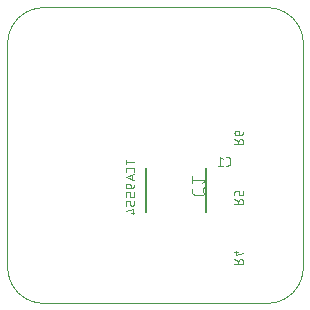
<source format=gbo>
G75*
%MOIN*%
%OFA0B0*%
%FSLAX25Y25*%
%IPPOS*%
%LPD*%
%AMOC8*
5,1,8,0,0,1.08239X$1,22.5*
%
%ADD10C,0.00000*%
%ADD11C,0.00300*%
%ADD12C,0.00400*%
%ADD13C,0.00600*%
D10*
X0004500Y0013111D02*
X0004500Y0087914D01*
X0004503Y0088199D01*
X0004514Y0088485D01*
X0004531Y0088770D01*
X0004555Y0089054D01*
X0004586Y0089338D01*
X0004624Y0089621D01*
X0004669Y0089902D01*
X0004720Y0090183D01*
X0004778Y0090463D01*
X0004843Y0090741D01*
X0004915Y0091017D01*
X0004993Y0091291D01*
X0005078Y0091564D01*
X0005170Y0091834D01*
X0005268Y0092102D01*
X0005372Y0092368D01*
X0005483Y0092631D01*
X0005600Y0092891D01*
X0005723Y0093149D01*
X0005853Y0093403D01*
X0005989Y0093654D01*
X0006130Y0093902D01*
X0006278Y0094146D01*
X0006431Y0094387D01*
X0006591Y0094623D01*
X0006756Y0094856D01*
X0006926Y0095085D01*
X0007102Y0095310D01*
X0007284Y0095530D01*
X0007470Y0095746D01*
X0007662Y0095957D01*
X0007859Y0096164D01*
X0008061Y0096366D01*
X0008268Y0096563D01*
X0008479Y0096755D01*
X0008695Y0096941D01*
X0008915Y0097123D01*
X0009140Y0097299D01*
X0009369Y0097469D01*
X0009602Y0097634D01*
X0009838Y0097794D01*
X0010079Y0097947D01*
X0010323Y0098095D01*
X0010571Y0098236D01*
X0010822Y0098372D01*
X0011076Y0098502D01*
X0011334Y0098625D01*
X0011594Y0098742D01*
X0011857Y0098853D01*
X0012123Y0098957D01*
X0012391Y0099055D01*
X0012661Y0099147D01*
X0012934Y0099232D01*
X0013208Y0099310D01*
X0013484Y0099382D01*
X0013762Y0099447D01*
X0014042Y0099505D01*
X0014323Y0099556D01*
X0014604Y0099601D01*
X0014887Y0099639D01*
X0015171Y0099670D01*
X0015455Y0099694D01*
X0015740Y0099711D01*
X0016026Y0099722D01*
X0016311Y0099725D01*
X0091114Y0099725D01*
X0091399Y0099722D01*
X0091685Y0099711D01*
X0091970Y0099694D01*
X0092254Y0099670D01*
X0092538Y0099639D01*
X0092821Y0099601D01*
X0093102Y0099556D01*
X0093383Y0099505D01*
X0093663Y0099447D01*
X0093941Y0099382D01*
X0094217Y0099310D01*
X0094491Y0099232D01*
X0094764Y0099147D01*
X0095034Y0099055D01*
X0095302Y0098957D01*
X0095568Y0098853D01*
X0095831Y0098742D01*
X0096091Y0098625D01*
X0096349Y0098502D01*
X0096603Y0098372D01*
X0096854Y0098236D01*
X0097102Y0098095D01*
X0097346Y0097947D01*
X0097587Y0097794D01*
X0097823Y0097634D01*
X0098056Y0097469D01*
X0098285Y0097299D01*
X0098510Y0097123D01*
X0098730Y0096941D01*
X0098946Y0096755D01*
X0099157Y0096563D01*
X0099364Y0096366D01*
X0099566Y0096164D01*
X0099763Y0095957D01*
X0099955Y0095746D01*
X0100141Y0095530D01*
X0100323Y0095310D01*
X0100499Y0095085D01*
X0100669Y0094856D01*
X0100834Y0094623D01*
X0100994Y0094387D01*
X0101147Y0094146D01*
X0101295Y0093902D01*
X0101436Y0093654D01*
X0101572Y0093403D01*
X0101702Y0093149D01*
X0101825Y0092891D01*
X0101942Y0092631D01*
X0102053Y0092368D01*
X0102157Y0092102D01*
X0102255Y0091834D01*
X0102347Y0091564D01*
X0102432Y0091291D01*
X0102510Y0091017D01*
X0102582Y0090741D01*
X0102647Y0090463D01*
X0102705Y0090183D01*
X0102756Y0089902D01*
X0102801Y0089621D01*
X0102839Y0089338D01*
X0102870Y0089054D01*
X0102894Y0088770D01*
X0102911Y0088485D01*
X0102922Y0088199D01*
X0102925Y0087914D01*
X0102925Y0013111D01*
X0102922Y0012826D01*
X0102911Y0012540D01*
X0102894Y0012255D01*
X0102870Y0011971D01*
X0102839Y0011687D01*
X0102801Y0011404D01*
X0102756Y0011123D01*
X0102705Y0010842D01*
X0102647Y0010562D01*
X0102582Y0010284D01*
X0102510Y0010008D01*
X0102432Y0009734D01*
X0102347Y0009461D01*
X0102255Y0009191D01*
X0102157Y0008923D01*
X0102053Y0008657D01*
X0101942Y0008394D01*
X0101825Y0008134D01*
X0101702Y0007876D01*
X0101572Y0007622D01*
X0101436Y0007371D01*
X0101295Y0007123D01*
X0101147Y0006879D01*
X0100994Y0006638D01*
X0100834Y0006402D01*
X0100669Y0006169D01*
X0100499Y0005940D01*
X0100323Y0005715D01*
X0100141Y0005495D01*
X0099955Y0005279D01*
X0099763Y0005068D01*
X0099566Y0004861D01*
X0099364Y0004659D01*
X0099157Y0004462D01*
X0098946Y0004270D01*
X0098730Y0004084D01*
X0098510Y0003902D01*
X0098285Y0003726D01*
X0098056Y0003556D01*
X0097823Y0003391D01*
X0097587Y0003231D01*
X0097346Y0003078D01*
X0097102Y0002930D01*
X0096854Y0002789D01*
X0096603Y0002653D01*
X0096349Y0002523D01*
X0096091Y0002400D01*
X0095831Y0002283D01*
X0095568Y0002172D01*
X0095302Y0002068D01*
X0095034Y0001970D01*
X0094764Y0001878D01*
X0094491Y0001793D01*
X0094217Y0001715D01*
X0093941Y0001643D01*
X0093663Y0001578D01*
X0093383Y0001520D01*
X0093102Y0001469D01*
X0092821Y0001424D01*
X0092538Y0001386D01*
X0092254Y0001355D01*
X0091970Y0001331D01*
X0091685Y0001314D01*
X0091399Y0001303D01*
X0091114Y0001300D01*
X0016311Y0001300D01*
X0016026Y0001303D01*
X0015740Y0001314D01*
X0015455Y0001331D01*
X0015171Y0001355D01*
X0014887Y0001386D01*
X0014604Y0001424D01*
X0014323Y0001469D01*
X0014042Y0001520D01*
X0013762Y0001578D01*
X0013484Y0001643D01*
X0013208Y0001715D01*
X0012934Y0001793D01*
X0012661Y0001878D01*
X0012391Y0001970D01*
X0012123Y0002068D01*
X0011857Y0002172D01*
X0011594Y0002283D01*
X0011334Y0002400D01*
X0011076Y0002523D01*
X0010822Y0002653D01*
X0010571Y0002789D01*
X0010323Y0002930D01*
X0010079Y0003078D01*
X0009838Y0003231D01*
X0009602Y0003391D01*
X0009369Y0003556D01*
X0009140Y0003726D01*
X0008915Y0003902D01*
X0008695Y0004084D01*
X0008479Y0004270D01*
X0008268Y0004462D01*
X0008061Y0004659D01*
X0007859Y0004861D01*
X0007662Y0005068D01*
X0007470Y0005279D01*
X0007284Y0005495D01*
X0007102Y0005715D01*
X0006926Y0005940D01*
X0006756Y0006169D01*
X0006591Y0006402D01*
X0006431Y0006638D01*
X0006278Y0006879D01*
X0006130Y0007123D01*
X0005989Y0007371D01*
X0005853Y0007622D01*
X0005723Y0007876D01*
X0005600Y0008134D01*
X0005483Y0008394D01*
X0005372Y0008657D01*
X0005268Y0008923D01*
X0005170Y0009191D01*
X0005078Y0009461D01*
X0004993Y0009734D01*
X0004915Y0010008D01*
X0004843Y0010284D01*
X0004778Y0010562D01*
X0004720Y0010842D01*
X0004669Y0011123D01*
X0004624Y0011404D01*
X0004586Y0011687D01*
X0004555Y0011971D01*
X0004531Y0012255D01*
X0004514Y0012540D01*
X0004503Y0012826D01*
X0004500Y0013111D01*
X0070750Y0037600D02*
X0070681Y0037602D01*
X0070613Y0037608D01*
X0070545Y0037618D01*
X0070478Y0037631D01*
X0070412Y0037649D01*
X0070347Y0037670D01*
X0070283Y0037695D01*
X0070221Y0037723D01*
X0070160Y0037755D01*
X0070101Y0037790D01*
X0070045Y0037829D01*
X0069990Y0037871D01*
X0069939Y0037916D01*
X0069889Y0037964D01*
X0069843Y0038014D01*
X0069800Y0038067D01*
X0069759Y0038123D01*
X0069722Y0038180D01*
X0069689Y0038240D01*
X0069658Y0038302D01*
X0069632Y0038365D01*
X0069609Y0038429D01*
X0069589Y0038495D01*
X0069574Y0038562D01*
X0069562Y0038629D01*
X0069554Y0038697D01*
X0069550Y0038766D01*
X0069550Y0038834D01*
X0069554Y0038903D01*
X0069562Y0038971D01*
X0069574Y0039038D01*
X0069589Y0039105D01*
X0069609Y0039171D01*
X0069632Y0039235D01*
X0069658Y0039298D01*
X0069689Y0039360D01*
X0069722Y0039420D01*
X0069759Y0039477D01*
X0069800Y0039533D01*
X0069843Y0039586D01*
X0069889Y0039636D01*
X0069939Y0039684D01*
X0069990Y0039729D01*
X0070045Y0039771D01*
X0070101Y0039810D01*
X0070160Y0039845D01*
X0070221Y0039877D01*
X0070283Y0039905D01*
X0070347Y0039930D01*
X0070412Y0039951D01*
X0070478Y0039969D01*
X0070545Y0039982D01*
X0070613Y0039992D01*
X0070681Y0039998D01*
X0070750Y0040000D01*
D11*
X0074650Y0047000D02*
X0076261Y0047000D01*
X0075456Y0047000D02*
X0075456Y0049900D01*
X0076261Y0049256D01*
X0077381Y0049900D02*
X0078026Y0049900D01*
X0078074Y0049898D01*
X0078122Y0049893D01*
X0078169Y0049884D01*
X0078216Y0049871D01*
X0078261Y0049855D01*
X0078305Y0049836D01*
X0078348Y0049814D01*
X0078389Y0049788D01*
X0078428Y0049759D01*
X0078464Y0049728D01*
X0078498Y0049694D01*
X0078529Y0049658D01*
X0078558Y0049619D01*
X0078584Y0049578D01*
X0078606Y0049535D01*
X0078625Y0049491D01*
X0078641Y0049446D01*
X0078654Y0049399D01*
X0078663Y0049352D01*
X0078668Y0049304D01*
X0078670Y0049256D01*
X0078670Y0047644D01*
X0078668Y0047596D01*
X0078663Y0047548D01*
X0078654Y0047501D01*
X0078641Y0047454D01*
X0078625Y0047409D01*
X0078606Y0047365D01*
X0078584Y0047322D01*
X0078558Y0047281D01*
X0078529Y0047242D01*
X0078498Y0047206D01*
X0078464Y0047172D01*
X0078428Y0047141D01*
X0078389Y0047112D01*
X0078348Y0047086D01*
X0078305Y0047064D01*
X0078261Y0047045D01*
X0078216Y0047029D01*
X0078169Y0047016D01*
X0078122Y0047007D01*
X0078074Y0047002D01*
X0078026Y0047000D01*
X0077381Y0047000D01*
X0080200Y0054179D02*
X0083100Y0054179D01*
X0083100Y0054985D01*
X0083098Y0055040D01*
X0083092Y0055095D01*
X0083083Y0055149D01*
X0083070Y0055202D01*
X0083053Y0055255D01*
X0083033Y0055306D01*
X0083010Y0055356D01*
X0082983Y0055404D01*
X0082952Y0055450D01*
X0082919Y0055494D01*
X0082883Y0055535D01*
X0082844Y0055574D01*
X0082803Y0055610D01*
X0082759Y0055643D01*
X0082713Y0055674D01*
X0082665Y0055701D01*
X0082615Y0055724D01*
X0082564Y0055744D01*
X0082511Y0055761D01*
X0082458Y0055774D01*
X0082404Y0055783D01*
X0082349Y0055789D01*
X0082294Y0055791D01*
X0082239Y0055789D01*
X0082184Y0055783D01*
X0082130Y0055774D01*
X0082077Y0055761D01*
X0082024Y0055744D01*
X0081973Y0055724D01*
X0081923Y0055701D01*
X0081875Y0055674D01*
X0081829Y0055643D01*
X0081785Y0055610D01*
X0081744Y0055574D01*
X0081705Y0055535D01*
X0081669Y0055494D01*
X0081636Y0055450D01*
X0081605Y0055404D01*
X0081578Y0055356D01*
X0081555Y0055306D01*
X0081535Y0055255D01*
X0081518Y0055202D01*
X0081505Y0055149D01*
X0081496Y0055095D01*
X0081490Y0055040D01*
X0081488Y0054985D01*
X0081489Y0054985D02*
X0081489Y0054179D01*
X0081489Y0055146D02*
X0080200Y0055790D01*
X0081006Y0057039D02*
X0081811Y0057039D01*
X0081811Y0058006D01*
X0081811Y0057039D02*
X0081881Y0057041D01*
X0081950Y0057047D01*
X0082020Y0057056D01*
X0082088Y0057069D01*
X0082156Y0057086D01*
X0082223Y0057106D01*
X0082288Y0057131D01*
X0082352Y0057158D01*
X0082415Y0057189D01*
X0082476Y0057224D01*
X0082534Y0057261D01*
X0082591Y0057302D01*
X0082645Y0057346D01*
X0082697Y0057392D01*
X0082747Y0057442D01*
X0082793Y0057494D01*
X0082837Y0057548D01*
X0082878Y0057605D01*
X0082915Y0057663D01*
X0082950Y0057724D01*
X0082981Y0057787D01*
X0083008Y0057851D01*
X0083033Y0057916D01*
X0083053Y0057983D01*
X0083070Y0058051D01*
X0083083Y0058119D01*
X0083092Y0058189D01*
X0083098Y0058258D01*
X0083100Y0058328D01*
X0081167Y0058650D02*
X0081006Y0058650D01*
X0081167Y0058650D02*
X0081215Y0058648D01*
X0081263Y0058643D01*
X0081310Y0058634D01*
X0081357Y0058621D01*
X0081402Y0058605D01*
X0081446Y0058586D01*
X0081489Y0058564D01*
X0081530Y0058538D01*
X0081569Y0058509D01*
X0081605Y0058478D01*
X0081639Y0058444D01*
X0081670Y0058408D01*
X0081699Y0058369D01*
X0081725Y0058328D01*
X0081747Y0058285D01*
X0081766Y0058241D01*
X0081782Y0058196D01*
X0081795Y0058149D01*
X0081804Y0058102D01*
X0081809Y0058054D01*
X0081811Y0058006D01*
X0081006Y0058650D02*
X0080951Y0058648D01*
X0080896Y0058642D01*
X0080842Y0058633D01*
X0080789Y0058620D01*
X0080736Y0058603D01*
X0080685Y0058583D01*
X0080635Y0058560D01*
X0080587Y0058533D01*
X0080541Y0058502D01*
X0080497Y0058469D01*
X0080456Y0058433D01*
X0080417Y0058394D01*
X0080381Y0058353D01*
X0080348Y0058309D01*
X0080317Y0058263D01*
X0080290Y0058215D01*
X0080267Y0058165D01*
X0080247Y0058114D01*
X0080230Y0058061D01*
X0080217Y0058008D01*
X0080208Y0057954D01*
X0080202Y0057899D01*
X0080200Y0057844D01*
X0080202Y0057789D01*
X0080208Y0057734D01*
X0080217Y0057680D01*
X0080230Y0057627D01*
X0080247Y0057574D01*
X0080267Y0057523D01*
X0080290Y0057473D01*
X0080317Y0057425D01*
X0080348Y0057379D01*
X0080381Y0057335D01*
X0080417Y0057294D01*
X0080456Y0057255D01*
X0080497Y0057219D01*
X0080541Y0057186D01*
X0080587Y0057155D01*
X0080635Y0057128D01*
X0080685Y0057105D01*
X0080736Y0057085D01*
X0080789Y0057068D01*
X0080842Y0057055D01*
X0080896Y0057046D01*
X0080951Y0057040D01*
X0081006Y0057038D01*
X0080844Y0038650D02*
X0081167Y0038650D01*
X0081215Y0038648D01*
X0081263Y0038643D01*
X0081310Y0038634D01*
X0081357Y0038621D01*
X0081402Y0038605D01*
X0081446Y0038586D01*
X0081489Y0038564D01*
X0081530Y0038538D01*
X0081569Y0038509D01*
X0081605Y0038478D01*
X0081639Y0038444D01*
X0081670Y0038408D01*
X0081699Y0038369D01*
X0081725Y0038328D01*
X0081747Y0038285D01*
X0081766Y0038241D01*
X0081782Y0038196D01*
X0081795Y0038149D01*
X0081804Y0038102D01*
X0081809Y0038054D01*
X0081811Y0038006D01*
X0081811Y0037039D01*
X0083100Y0037039D01*
X0083100Y0038650D01*
X0080844Y0038650D02*
X0080793Y0038648D01*
X0080743Y0038642D01*
X0080694Y0038632D01*
X0080645Y0038618D01*
X0080598Y0038601D01*
X0080552Y0038580D01*
X0080508Y0038555D01*
X0080465Y0038527D01*
X0080426Y0038496D01*
X0080389Y0038461D01*
X0080354Y0038424D01*
X0080323Y0038385D01*
X0080295Y0038342D01*
X0080270Y0038298D01*
X0080249Y0038252D01*
X0080232Y0038205D01*
X0080218Y0038156D01*
X0080208Y0038107D01*
X0080202Y0038057D01*
X0080200Y0038006D01*
X0080200Y0037039D01*
X0080200Y0035790D02*
X0081489Y0035146D01*
X0081489Y0034985D02*
X0081489Y0034179D01*
X0081488Y0034985D02*
X0081490Y0035040D01*
X0081496Y0035095D01*
X0081505Y0035149D01*
X0081518Y0035202D01*
X0081535Y0035255D01*
X0081555Y0035306D01*
X0081578Y0035356D01*
X0081605Y0035404D01*
X0081636Y0035450D01*
X0081669Y0035494D01*
X0081705Y0035535D01*
X0081744Y0035574D01*
X0081785Y0035610D01*
X0081829Y0035643D01*
X0081875Y0035674D01*
X0081923Y0035701D01*
X0081973Y0035724D01*
X0082024Y0035744D01*
X0082077Y0035761D01*
X0082130Y0035774D01*
X0082184Y0035783D01*
X0082239Y0035789D01*
X0082294Y0035791D01*
X0082349Y0035789D01*
X0082404Y0035783D01*
X0082458Y0035774D01*
X0082511Y0035761D01*
X0082564Y0035744D01*
X0082615Y0035724D01*
X0082665Y0035701D01*
X0082713Y0035674D01*
X0082759Y0035643D01*
X0082803Y0035610D01*
X0082844Y0035574D01*
X0082883Y0035535D01*
X0082919Y0035494D01*
X0082952Y0035450D01*
X0082983Y0035404D01*
X0083010Y0035356D01*
X0083033Y0035306D01*
X0083053Y0035255D01*
X0083070Y0035202D01*
X0083083Y0035149D01*
X0083092Y0035095D01*
X0083098Y0035040D01*
X0083100Y0034985D01*
X0083100Y0034179D01*
X0080200Y0034179D01*
X0080844Y0018650D02*
X0080844Y0017039D01*
X0083100Y0017683D01*
X0081489Y0018167D02*
X0080200Y0018167D01*
X0080200Y0015790D02*
X0081489Y0015146D01*
X0081489Y0014985D02*
X0081489Y0014179D01*
X0081488Y0014985D02*
X0081490Y0015040D01*
X0081496Y0015095D01*
X0081505Y0015149D01*
X0081518Y0015202D01*
X0081535Y0015255D01*
X0081555Y0015306D01*
X0081578Y0015356D01*
X0081605Y0015404D01*
X0081636Y0015450D01*
X0081669Y0015494D01*
X0081705Y0015535D01*
X0081744Y0015574D01*
X0081785Y0015610D01*
X0081829Y0015643D01*
X0081875Y0015674D01*
X0081923Y0015701D01*
X0081973Y0015724D01*
X0082024Y0015744D01*
X0082077Y0015761D01*
X0082130Y0015774D01*
X0082184Y0015783D01*
X0082239Y0015789D01*
X0082294Y0015791D01*
X0082349Y0015789D01*
X0082404Y0015783D01*
X0082458Y0015774D01*
X0082511Y0015761D01*
X0082564Y0015744D01*
X0082615Y0015724D01*
X0082665Y0015701D01*
X0082713Y0015674D01*
X0082759Y0015643D01*
X0082803Y0015610D01*
X0082844Y0015574D01*
X0082883Y0015535D01*
X0082919Y0015494D01*
X0082952Y0015450D01*
X0082983Y0015404D01*
X0083010Y0015356D01*
X0083033Y0015306D01*
X0083053Y0015255D01*
X0083070Y0015202D01*
X0083083Y0015149D01*
X0083092Y0015095D01*
X0083098Y0015040D01*
X0083100Y0014985D01*
X0083100Y0014179D01*
X0080200Y0014179D01*
X0046863Y0031216D02*
X0045574Y0031216D01*
X0046219Y0030732D02*
X0046219Y0032343D01*
X0043963Y0031699D01*
X0043963Y0033612D02*
X0043963Y0035223D01*
X0045252Y0035223D01*
X0045252Y0034257D01*
X0045254Y0034209D01*
X0045259Y0034161D01*
X0045268Y0034114D01*
X0045281Y0034067D01*
X0045297Y0034022D01*
X0045316Y0033978D01*
X0045338Y0033935D01*
X0045364Y0033894D01*
X0045393Y0033855D01*
X0045424Y0033819D01*
X0045458Y0033785D01*
X0045494Y0033754D01*
X0045533Y0033725D01*
X0045574Y0033699D01*
X0045617Y0033677D01*
X0045661Y0033658D01*
X0045706Y0033642D01*
X0045753Y0033629D01*
X0045800Y0033620D01*
X0045848Y0033615D01*
X0045896Y0033613D01*
X0045896Y0033612D02*
X0046219Y0033612D01*
X0046218Y0033613D02*
X0046269Y0033615D01*
X0046319Y0033621D01*
X0046368Y0033631D01*
X0046417Y0033645D01*
X0046464Y0033662D01*
X0046510Y0033683D01*
X0046555Y0033708D01*
X0046597Y0033736D01*
X0046636Y0033767D01*
X0046673Y0033802D01*
X0046708Y0033839D01*
X0046739Y0033878D01*
X0046767Y0033921D01*
X0046792Y0033965D01*
X0046813Y0034011D01*
X0046830Y0034058D01*
X0046844Y0034107D01*
X0046854Y0034156D01*
X0046860Y0034206D01*
X0046862Y0034257D01*
X0046863Y0034257D02*
X0046863Y0035223D01*
X0046219Y0036492D02*
X0045896Y0036492D01*
X0045896Y0036493D02*
X0045848Y0036495D01*
X0045800Y0036500D01*
X0045753Y0036509D01*
X0045706Y0036522D01*
X0045661Y0036538D01*
X0045617Y0036557D01*
X0045574Y0036579D01*
X0045533Y0036605D01*
X0045494Y0036634D01*
X0045458Y0036665D01*
X0045424Y0036699D01*
X0045393Y0036735D01*
X0045364Y0036774D01*
X0045338Y0036815D01*
X0045316Y0036858D01*
X0045297Y0036902D01*
X0045281Y0036947D01*
X0045268Y0036994D01*
X0045259Y0037041D01*
X0045254Y0037089D01*
X0045252Y0037137D01*
X0045252Y0038103D01*
X0043963Y0038103D01*
X0043963Y0036492D01*
X0046218Y0036493D02*
X0046269Y0036495D01*
X0046319Y0036501D01*
X0046368Y0036511D01*
X0046417Y0036525D01*
X0046464Y0036542D01*
X0046510Y0036563D01*
X0046555Y0036588D01*
X0046597Y0036616D01*
X0046636Y0036647D01*
X0046673Y0036682D01*
X0046708Y0036719D01*
X0046739Y0036758D01*
X0046767Y0036801D01*
X0046792Y0036845D01*
X0046813Y0036891D01*
X0046830Y0036938D01*
X0046844Y0036987D01*
X0046854Y0037036D01*
X0046860Y0037086D01*
X0046862Y0037137D01*
X0046863Y0037137D02*
X0046863Y0038103D01*
X0045574Y0039372D02*
X0044769Y0039372D01*
X0045574Y0039372D02*
X0045574Y0040339D01*
X0045574Y0039372D02*
X0045644Y0039374D01*
X0045713Y0039380D01*
X0045783Y0039389D01*
X0045851Y0039402D01*
X0045919Y0039419D01*
X0045986Y0039439D01*
X0046051Y0039464D01*
X0046115Y0039491D01*
X0046178Y0039522D01*
X0046239Y0039557D01*
X0046297Y0039594D01*
X0046354Y0039635D01*
X0046408Y0039679D01*
X0046460Y0039725D01*
X0046510Y0039775D01*
X0046556Y0039827D01*
X0046600Y0039881D01*
X0046641Y0039938D01*
X0046678Y0039996D01*
X0046713Y0040057D01*
X0046744Y0040120D01*
X0046771Y0040184D01*
X0046796Y0040249D01*
X0046816Y0040316D01*
X0046833Y0040384D01*
X0046846Y0040452D01*
X0046855Y0040522D01*
X0046861Y0040591D01*
X0046863Y0040661D01*
X0046863Y0042091D02*
X0043963Y0043058D01*
X0046863Y0044025D01*
X0046138Y0043783D02*
X0046138Y0042333D01*
X0044930Y0040983D02*
X0044769Y0040983D01*
X0044930Y0040983D02*
X0044978Y0040981D01*
X0045026Y0040976D01*
X0045073Y0040967D01*
X0045120Y0040954D01*
X0045165Y0040938D01*
X0045209Y0040919D01*
X0045252Y0040897D01*
X0045293Y0040871D01*
X0045332Y0040842D01*
X0045368Y0040811D01*
X0045402Y0040777D01*
X0045433Y0040741D01*
X0045462Y0040702D01*
X0045488Y0040661D01*
X0045510Y0040618D01*
X0045529Y0040574D01*
X0045545Y0040529D01*
X0045558Y0040482D01*
X0045567Y0040435D01*
X0045572Y0040387D01*
X0045574Y0040339D01*
X0044769Y0040984D02*
X0044714Y0040982D01*
X0044659Y0040976D01*
X0044605Y0040967D01*
X0044552Y0040954D01*
X0044499Y0040937D01*
X0044448Y0040917D01*
X0044398Y0040894D01*
X0044350Y0040867D01*
X0044304Y0040836D01*
X0044260Y0040803D01*
X0044219Y0040767D01*
X0044180Y0040728D01*
X0044144Y0040687D01*
X0044111Y0040643D01*
X0044080Y0040597D01*
X0044053Y0040549D01*
X0044030Y0040499D01*
X0044010Y0040448D01*
X0043993Y0040395D01*
X0043980Y0040342D01*
X0043971Y0040288D01*
X0043965Y0040233D01*
X0043963Y0040178D01*
X0043965Y0040123D01*
X0043971Y0040068D01*
X0043980Y0040014D01*
X0043993Y0039961D01*
X0044010Y0039908D01*
X0044030Y0039857D01*
X0044053Y0039807D01*
X0044080Y0039759D01*
X0044111Y0039713D01*
X0044144Y0039669D01*
X0044180Y0039628D01*
X0044219Y0039589D01*
X0044260Y0039553D01*
X0044304Y0039520D01*
X0044350Y0039489D01*
X0044398Y0039462D01*
X0044448Y0039439D01*
X0044499Y0039419D01*
X0044552Y0039402D01*
X0044605Y0039389D01*
X0044659Y0039380D01*
X0044714Y0039374D01*
X0044769Y0039372D01*
X0043963Y0044984D02*
X0043963Y0045628D01*
X0043965Y0045679D01*
X0043971Y0045729D01*
X0043981Y0045778D01*
X0043995Y0045827D01*
X0044012Y0045874D01*
X0044033Y0045920D01*
X0044058Y0045965D01*
X0044086Y0046007D01*
X0044117Y0046046D01*
X0044152Y0046083D01*
X0044189Y0046118D01*
X0044228Y0046149D01*
X0044271Y0046177D01*
X0044315Y0046202D01*
X0044361Y0046223D01*
X0044408Y0046240D01*
X0044457Y0046254D01*
X0044506Y0046264D01*
X0044556Y0046270D01*
X0044607Y0046272D01*
X0046219Y0046272D01*
X0046267Y0046270D01*
X0046315Y0046265D01*
X0046362Y0046256D01*
X0046409Y0046243D01*
X0046454Y0046227D01*
X0046498Y0046208D01*
X0046541Y0046186D01*
X0046582Y0046160D01*
X0046621Y0046131D01*
X0046657Y0046100D01*
X0046691Y0046066D01*
X0046722Y0046030D01*
X0046751Y0045991D01*
X0046777Y0045950D01*
X0046799Y0045907D01*
X0046818Y0045863D01*
X0046834Y0045818D01*
X0046847Y0045771D01*
X0046856Y0045724D01*
X0046861Y0045676D01*
X0046863Y0045628D01*
X0046863Y0044984D01*
X0043963Y0047340D02*
X0043963Y0048951D01*
X0043963Y0048146D02*
X0046863Y0048146D01*
D12*
X0065950Y0043600D02*
X0065950Y0041044D01*
X0065950Y0042322D02*
X0070550Y0042322D01*
X0069528Y0041044D01*
X0070550Y0039326D02*
X0070550Y0038304D01*
X0070548Y0038242D01*
X0070543Y0038181D01*
X0070533Y0038120D01*
X0070520Y0038059D01*
X0070504Y0038000D01*
X0070484Y0037942D01*
X0070460Y0037885D01*
X0070433Y0037829D01*
X0070403Y0037775D01*
X0070369Y0037723D01*
X0070332Y0037674D01*
X0070293Y0037626D01*
X0070251Y0037581D01*
X0070206Y0037539D01*
X0070158Y0037499D01*
X0070109Y0037463D01*
X0070057Y0037429D01*
X0070003Y0037399D01*
X0069947Y0037372D01*
X0069890Y0037348D01*
X0069832Y0037328D01*
X0069773Y0037312D01*
X0069712Y0037299D01*
X0069651Y0037289D01*
X0069590Y0037284D01*
X0069528Y0037282D01*
X0069528Y0037281D02*
X0066972Y0037281D01*
X0066972Y0037282D02*
X0066910Y0037284D01*
X0066849Y0037289D01*
X0066788Y0037299D01*
X0066727Y0037312D01*
X0066668Y0037328D01*
X0066610Y0037348D01*
X0066553Y0037372D01*
X0066497Y0037399D01*
X0066443Y0037429D01*
X0066391Y0037463D01*
X0066342Y0037499D01*
X0066294Y0037539D01*
X0066249Y0037581D01*
X0066207Y0037626D01*
X0066167Y0037674D01*
X0066131Y0037723D01*
X0066097Y0037775D01*
X0066067Y0037829D01*
X0066040Y0037885D01*
X0066016Y0037942D01*
X0065996Y0038000D01*
X0065980Y0038059D01*
X0065967Y0038120D01*
X0065957Y0038181D01*
X0065952Y0038242D01*
X0065950Y0038304D01*
X0065950Y0039326D01*
D13*
X0070750Y0040000D02*
X0070750Y0037600D01*
X0070750Y0031400D01*
X0070750Y0040000D02*
X0070750Y0046200D01*
X0050750Y0046200D02*
X0050750Y0031400D01*
M02*

</source>
